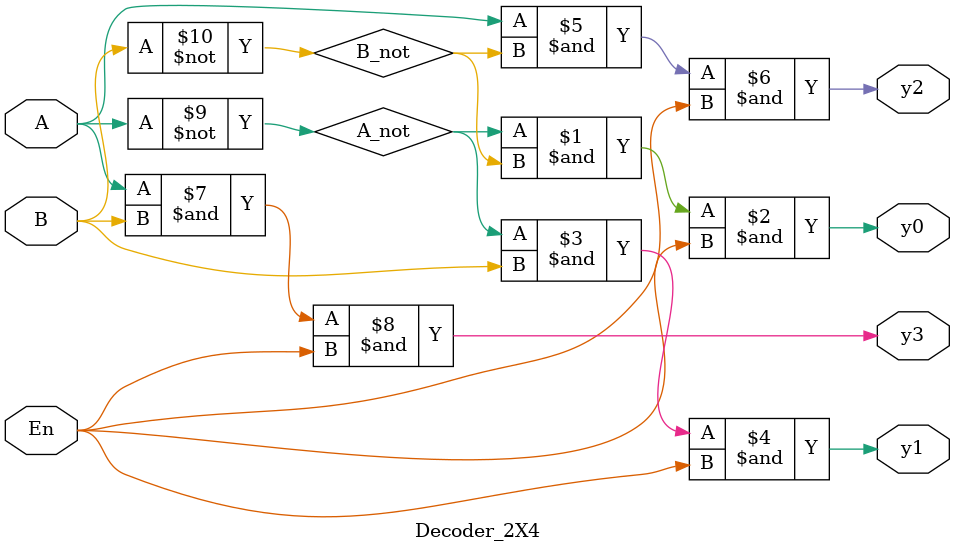
<source format=v>
`timescale 1ns / 1ps
module Decoder_2X4(A,B,En,y0,y1,y2,y3);
input A, B, En;
output y0,y1,y2,y3;
wire A_not, B_not;
not g1(A_not,A);
not g2(B_not,B);
and g3(y0,A_not,B_not,En);
and g4(y1,A_not,B,En);
and g5(y2,A,B_not,En);
and g6(y3,A,B,En);
endmodule

</source>
